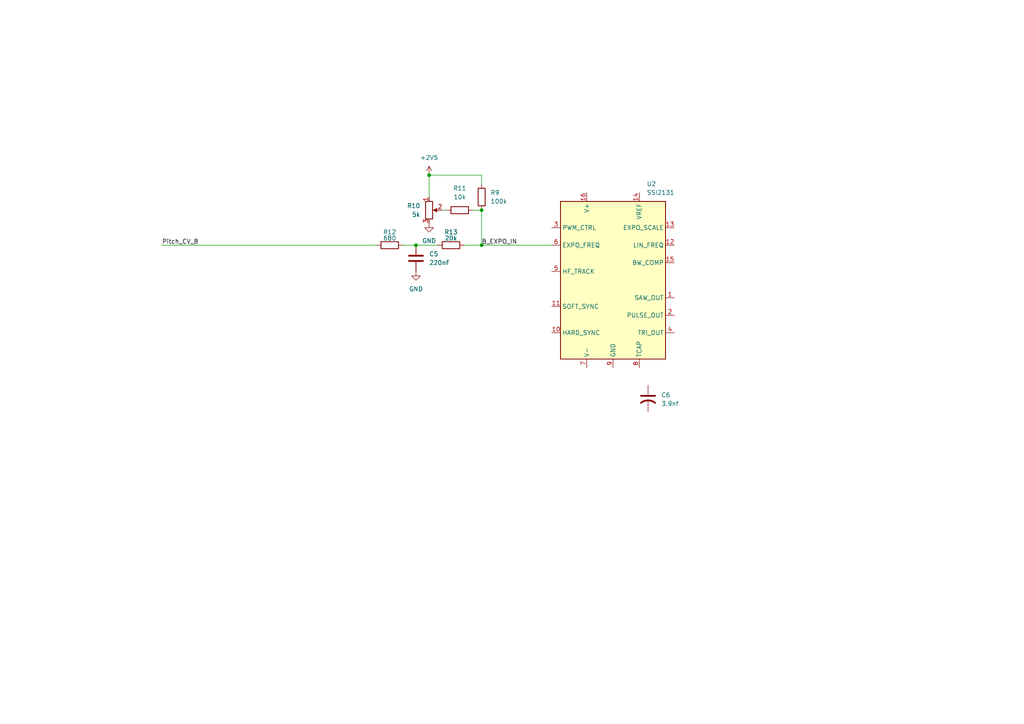
<source format=kicad_sch>
(kicad_sch (version 20250114) (generator "eeschema") (generator_version "9.0")
  (paper "A4")
  (lib_symbols
    (symbol "Device:C" (pin_numbers (hide yes)) (pin_names (offset 0.254))
      (property "Reference" "C" (at 0.635 2.54 0))
      (property "Value" "C" (at 0.635 -2.54 0))
      (symbol "C_0_1"
        (polyline (pts (xy -2.032 0.762) (xy 2.032 0.762)) (stroke (width 0.508)))
        (polyline (pts (xy -2.032 -0.762) (xy 2.032 -0.762)) (stroke (width 0.508)))
      )
      (symbol "C_1_1"
        (pin passive line (at 0 3.81 270) (length 2.794) (name "~") (number "1"))
        (pin passive line (at 0 -3.81 90) (length 2.794) (name "~") (number "2"))
      )
    )
    (symbol "Device:C_US" (pin_numbers (hide yes)) (pin_names (offset 0.254) (hide yes))
      (property "Reference" "C" (at 0.635 2.54 0))
      (property "Value" "C_US" (at 0.635 -2.54 0))
      (symbol "C_US_0_1"
        (polyline (pts (xy -2.032 0.762) (xy 2.032 0.762)) (stroke (width 0.508)))
        (arc (start -2.032 -1.27) (mid 0 -0.5572) (end 2.032 -1.27) (stroke (width 0.508)))
      )
      (symbol "C_US_1_1"
        (pin passive line (at 0 3.81 270) (length 2.794) (name "~") (number "1"))
        (pin passive line (at 0 -3.81 90) (length 3.302) (name "~") (number "2"))
      )
    )
    (symbol "Device:R" (pin_numbers (hide yes)) (pin_names (offset 0))
      (property "Reference" "R" (at 2.032 0 90))
      (property "Value" "R" (at 0 0 90))
      (symbol "R_0_1"
        (rectangle (start -1.016 -2.54) (end 1.016 2.54) (stroke (width 0.254)))
      )
      (symbol "R_1_1"
        (pin passive line (at 0 3.81 270) (length 1.27) (name "~") (number "1"))
        (pin passive line (at 0 -3.81 90) (length 1.27) (name "~") (number "2"))
      )
    )
    (symbol "Device:R_Potentiometer" (pin_names (offset 1.016) (hide yes))
      (property "Reference" "RV" (at -4.445 0 90))
      (property "Value" "R_Potentiometer" (at -2.54 0 90))
      (symbol "R_Potentiometer_0_1"
        (rectangle (start 1.016 2.54) (end -1.016 -2.54) (stroke (width 0.254)))
        (polyline (pts (xy 1.143 0) (xy 2.286 0.508) (xy 2.286 -0.508) (xy 1.143 0)) (fill (type outline)))
        (polyline (pts (xy 2.54 0) (xy 1.524 0)))
      )
      (symbol "R_Potentiometer_1_1"
        (pin passive line (at 0 3.81 270) (length 1.27) (name "1") (number "1"))
        (pin passive line (at 0 -3.81 90) (length 1.27) (name "3") (number "3"))
        (pin passive line (at 3.81 0 180) (length 1.27) (name "2") (number "2"))
      )
    )
    (symbol "Sound_Semiconductor:SSI2131"
      (property "Reference" "U" (at 0 26.67 0))
      (property "Value" "SSI2131" (at 0 24.13 0))
      (symbol "SSI2131_0_1"
        (rectangle (start -15.24 22.86) (end 15.24 -22.86) (stroke (width 0.254)) (fill (type background)))
      )
      (symbol "SSI2131_1_1"
        (pin input line (at -17.78 15.24 0) (length 2.54) (name "PWM_CTRL") (number "3"))
        (pin input line (at -17.78 10.16 0) (length 2.54) (name "EXPO_FREQ") (number "6"))
        (pin input line (at -17.78 2.54 0) (length 2.54) (name "HF_TRACK") (number "5"))
        (pin input line (at -17.78 -7.62 0) (length 2.54) (name "SOFT_SYNC") (number "11"))
        (pin input line (at -17.78 -15.24 0) (length 2.54) (name "HARD_SYNC") (number "10"))
        (pin power_in line (at -7.62 25.4 270) (length 2.54) (name "V+") (number "16"))
        (pin power_in line (at -7.62 -25.4 90) (length 2.54) (name "V-") (number "7"))
        (pin power_in line (at 0 -25.4 90) (length 2.54) (name "GND") (number "9"))
        (pin input line (at 7.62 25.4 270) (length 2.54) (name "VREF") (number "14"))
        (pin passive line (at 7.62 -25.4 90) (length 2.54) (name "TCAP") (number "8"))
        (pin input line (at 17.78 15.24 180) (length 2.54) (name "EXPO_SCALE") (number "13"))
        (pin input line (at 17.78 10.16 180) (length 2.54) (name "LIN_FREQ") (number "12"))
        (pin input line (at 17.78 5.08 180) (length 2.54) (name "BW_COMP") (number "15"))
        (pin output line (at 17.78 -5.08 180) (length 2.54) (name "SAW_OUT") (number "1"))
        (pin output line (at 17.78 -10.16 180) (length 2.54) (name "PULSE_OUT") (number "2"))
        (pin output line (at 17.78 -15.24 180) (length 2.54) (name "TRI_OUT") (number "4"))
      )
    )
    (symbol "power:+2V5" (power) (pin_numbers (hide yes)) (pin_names (offset 0) (hide yes))
      (property "Value" "+2V5" (at 0 3.556 0))
      (symbol "+2V5_0_1"
        (polyline (pts (xy -0.762 1.27) (xy 0 2.54)))
        (polyline (pts (xy 0 2.54) (xy 0.762 1.27)))
        (polyline (pts (xy 0 0) (xy 0 2.54)))
      )
      (symbol "+2V5_1_1"
        (pin power_in line (at 0 0 90) (length 0) (name "~") (number "1"))
      )
    )
    (symbol "power:GND" (power) (pin_numbers (hide yes)) (pin_names (offset 0) (hide yes))
      (property "Value" "GND" (at 0 -3.81 0))
      (symbol "GND_0_1"
        (polyline (pts (xy 0 0) (xy 0 -1.27) (xy 1.27 -1.27) (xy 0 -2.54) (xy -1.27 -1.27) (xy 0 -1.27)))
      )
      (symbol "GND_1_1"
        (pin power_in line (at 0 0 270) (length 0) (name "~") (number "1"))
      )
    )
  )
  (junction (at 124.46 50.8))
  (junction (at 120.65 71.12))
  (junction (at 139.7 71.12))
  (junction (at 139.7 60.96))
  (wire (pts (xy 134.62 71.12) (xy 139.7 71.12)))
  (wire (pts (xy 116.84 71.12) (xy 120.65 71.12)))
  (wire (pts (xy 139.7 50.8) (xy 124.46 50.8)))
  (wire (pts (xy 139.7 53.34) (xy 139.7 50.8)))
  (wire (pts (xy 120.65 71.12) (xy 127 71.12)))
  (wire (pts (xy 137.16 60.96) (xy 139.7 60.96)))
  (wire (pts (xy 128.27 60.96) (xy 129.54 60.96)))
  (wire (pts (xy 124.46 50.8) (xy 124.46 57.15)))
  (wire (pts (xy 46.99 71.12) (xy 109.22 71.12)))
  (wire (pts (xy 139.7 71.12) (xy 160.02 71.12)))
  (wire (pts (xy 139.7 60.96) (xy 139.7 71.12)))
  (label "Pitch_CV_B" (at 46.99 71.12 0))
  (label "B_EXPO_IN" (at 139.7 71.12 0))
  (symbol (lib_id "Device:R") (at 113.03 71.12 90) (unit 1)
    (property "Reference" "R12" (at 113.03 67.31 90))
    (property "Value" "680" (at 113.03 69.088 90))
    (property "Footprint" "Resistor_SMD:R_0603_1608Metric" (effects (hide yes)))
    (property "Description" "Resistor" (effects (hide yes)))
  )
  (symbol (lib_id "Device:C_US") (at 187.96 115.57 0) (unit 1)
    (property "Reference" "C6" (at 191.77 114.5539 0) (effects (justify left)))
    (property "Value" "3.9nf" (at 191.77 117.0939 0) (effects (justify left)))
    (property "Footprint" "Capacitor_THT:C_Rect_L7.2mm_W2.5mm_P5.00mm_FKS2_FKP2_MKS2_MKP2" (effects (hide yes)))
    (property "Description" "capacitor, US symbol" (effects (hide yes)))
  )
  (symbol (lib_id "power:+2V5") (at 124.46 50.8 0) (unit 1)
    (property "Reference" "#PWR07" (effects (hide yes)))
    (property "Value" "+2V5" (at 124.46 45.72 0))
    (property "Description" "Power symbol creates a global label with name \"+2V5\"" (effects (hide yes)))
  )
  (symbol (lib_id "Device:R") (at 139.7 57.15 180) (unit 1)
    (property "Reference" "R9" (at 142.24 55.8799 0) (effects (justify right)))
    (property "Value" "100k" (at 142.24 58.4199 0) (effects (justify right)))
    (property "Footprint" "Resistor_SMD:R_0603_1608Metric" (effects (hide yes)))
    (property "Description" "Resistor" (effects (hide yes)))
  )
  (symbol (lib_id "power:GND") (at 124.46 64.77 0) (unit 1)
    (property "Reference" "#PWR08" (effects (hide yes)))
    (property "Value" "GND" (at 124.46 69.85 0))
    (property "Description" "Power symbol creates a global label with name \"GND\" , ground" (effects (hide yes)))
  )
  (symbol (lib_id "Sound_Semiconductor:SSI2131") (at 177.8 81.28 0) (unit 1)
    (property "Reference" "U2" (at 187.5633 53.34 0) (effects (justify left)))
    (property "Value" "SSI2131" (at 187.5633 55.88 0) (effects (justify left)))
    (property "Footprint" "Package_SO:STC_SOP-16_3.9x9.9mm_P1.27mm" (effects (hide yes)))
    (property "Datasheet" "https://www.soundsemiconductor.com/downloads/ssi2131datasheet.pdf" (effects (hide yes)))
    (property "Description" "Audio VCO, SOP-16" (effects (hide yes)))
  )
  (symbol (lib_id "Device:R") (at 130.81 71.12 90) (unit 1)
    (property "Reference" "R13" (at 130.81 67.31 90))
    (property "Value" "20k" (at 130.81 69.088 90))
    (property "Footprint" "Resistor_SMD:R_0603_1608Metric" (effects (hide yes)))
    (property "Description" "Resistor" (effects (hide yes)))
  )
  (symbol (lib_id "power:GND") (at 120.65 78.74 0) (unit 1)
    (property "Reference" "#PWR09" (effects (hide yes)))
    (property "Value" "GND" (at 120.65 83.82 0))
    (property "Description" "Power symbol creates a global label with name \"GND\" , ground" (effects (hide yes)))
  )
  (symbol (lib_id "Device:R_Potentiometer") (at 124.46 60.96 0) (unit 1)
    (property "Reference" "R10" (at 121.92 59.6899 0) (effects (justify right)))
    (property "Value" "5k" (at 121.92 62.2299 0) (effects (justify right)))
    (property "Footprint" "Potentiometer_THT:Potentiometer_Bourns_3296W_Vertical" (effects (hide yes)))
    (property "Description" "Potentiometer" (effects (hide yes)))
  )
  (symbol (lib_id "Device:C") (at 120.65 74.93 0) (unit 1)
    (property "Reference" "C5" (at 124.46 73.6599 0) (effects (justify left)))
    (property "Value" "220nF" (at 124.46 76.1999 0) (effects (justify left)))
    (property "Footprint" "Capacitor_SMD:C_0603_1608Metric" (effects (hide yes)))
    (property "Description" "Unpolarized capacitor" (effects (hide yes)))
  )
  (symbol (lib_id "Device:R") (at 133.35 60.96 90) (unit 1)
    (property "Reference" "R11" (at 133.35 54.61 90))
    (property "Value" "10k" (at 133.35 57.15 90))
    (property "Footprint" "Resistor_SMD:R_0603_1608Metric" (effects (hide yes)))
    (property "Description" "Resistor" (effects (hide yes)))
  )
)
</source>
